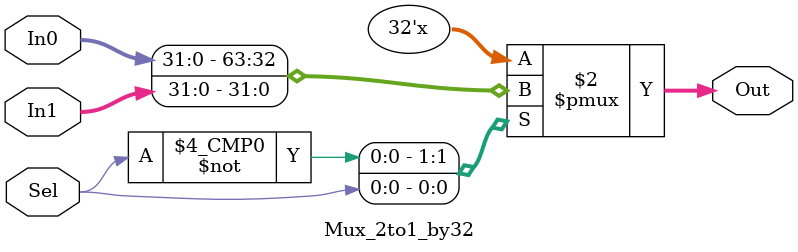
<source format=v>
`timescale 1ns / 1ps

module Mux_2to1_by32(In0, In1, Sel, Out
    );

	input [31:0]	In0, In1;
	input Sel;
	output reg [31:0] Out;
	
	always @(In0, In1, Sel)
	
	begin
		case(Sel)
			1'b0		:	Out	=	In0;
			1'b1		:	Out	= 	In1;
			default	:	Out	=	32'bX;
		endcase
	end

endmodule

</source>
